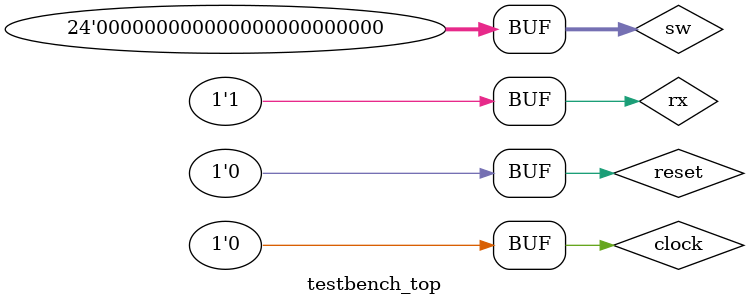
<source format=v>
`timescale 1ns / 1ps


module testbench_top();

reg clock;
reg reset;
    
reg rx;
wire tx;


wire [7:0] dig_en;
wire [7:0] dig_cx;
    
wire [23:0] led;
reg [23:0] sw;

top u_top(
    .clock(clock),
    .reset(reset),
    .rx(rx),
    .tx(tx),
    .dig_en(dig_en),
    .dig_cx(dig_cx),
    .led(led),
    .sw(sw)
);

initial begin
    sw = 24'b0;
    rx = 1'b1;
    clock = 1'b0;
    reset = 1'b1;
    #50 reset = 1'b0;
end

always begin
    #5 clock = 1;
    #5 clock = 0;
end

endmodule

</source>
